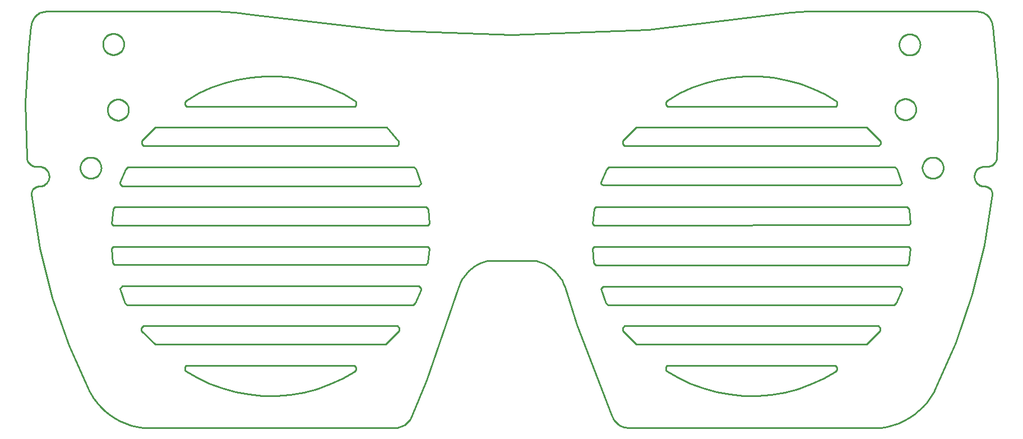
<source format=gbr>
G04 EAGLE Gerber RS-274X export*
G75*
%MOMM*%
%FSLAX34Y34*%
%LPD*%
%IN*%
%IPPOS*%
%AMOC8*
5,1,8,0,0,1.08239X$1,22.5*%
G01*
%ADD10C,0.254000*%


D10*
X-732790Y153670D02*
X-732748Y153204D01*
X-732562Y151963D01*
X-732268Y150743D01*
X-731870Y149553D01*
X-731369Y148403D01*
X-730769Y147300D01*
X-730076Y146255D01*
X-729294Y145273D01*
X-728430Y144363D01*
X-727490Y143533D01*
X-726481Y142787D01*
X-725410Y142132D01*
X-724287Y141573D01*
X-723119Y141113D01*
X-721916Y140758D01*
X-720686Y140508D01*
X-719439Y140367D01*
X-718185Y140335D01*
X-713740Y140335D01*
X-712494Y140308D01*
X-711254Y140173D01*
X-710031Y139930D01*
X-708834Y139582D01*
X-707672Y139131D01*
X-706554Y138580D01*
X-705488Y137933D01*
X-704482Y137196D01*
X-703544Y136375D01*
X-702682Y135475D01*
X-701901Y134503D01*
X-701208Y133466D01*
X-700608Y132373D01*
X-700105Y131232D01*
X-699704Y130052D01*
X-699407Y128841D01*
X-699217Y127609D01*
X-699135Y126365D01*
X-699135Y125095D01*
X-699191Y123822D01*
X-699357Y122559D01*
X-699633Y121315D01*
X-700016Y120100D01*
X-700503Y118923D01*
X-701092Y117793D01*
X-701776Y116718D01*
X-702552Y115707D01*
X-703413Y114768D01*
X-704352Y113907D01*
X-705363Y113131D01*
X-706438Y112447D01*
X-707568Y111858D01*
X-708745Y111371D01*
X-709960Y110988D01*
X-711204Y110712D01*
X-712467Y110546D01*
X-713740Y110490D01*
X-715645Y110490D01*
X-716636Y110336D01*
X-717611Y110096D01*
X-718560Y109772D01*
X-719478Y109366D01*
X-720357Y108882D01*
X-721190Y108324D01*
X-721971Y107694D01*
X-722695Y107000D01*
X-723355Y106244D01*
X-723947Y105434D01*
X-724466Y104576D01*
X-724909Y103675D01*
X-725271Y102740D01*
X-725550Y101776D01*
X-725744Y100792D01*
X-725852Y99794D01*
X-725872Y98791D01*
X-725805Y97790D01*
X-725219Y92654D01*
X-712979Y16889D01*
X-694183Y-57521D01*
X-668972Y-130009D01*
X-637540Y-200025D01*
X-637048Y-200932D01*
X-632359Y-208650D01*
X-627014Y-215930D01*
X-621056Y-222716D01*
X-614529Y-228957D01*
X-607483Y-234606D01*
X-599971Y-239619D01*
X-592051Y-243959D01*
X-583783Y-247591D01*
X-575230Y-250489D01*
X-566457Y-252631D01*
X-557530Y-254000D01*
X-177165Y-254000D01*
X-175713Y-253961D01*
X-173335Y-253731D01*
X-170986Y-253294D01*
X-168684Y-252654D01*
X-166447Y-251816D01*
X-164291Y-250786D01*
X-162233Y-249572D01*
X-160289Y-248183D01*
X-158473Y-246630D01*
X-156800Y-244925D01*
X-155281Y-243080D01*
X-153929Y-241110D01*
X-152754Y-239030D01*
X-151765Y-236855D01*
X-129014Y-181883D01*
X-80645Y-41275D01*
X-80002Y-39522D01*
X-77862Y-34603D01*
X-75301Y-29890D01*
X-72340Y-25417D01*
X-69000Y-21220D01*
X-65306Y-17330D01*
X-61288Y-13776D01*
X-56975Y-10586D01*
X-52401Y-7785D01*
X-47600Y-5392D01*
X-42609Y-3427D01*
X-37465Y-1905D01*
X36830Y-1905D01*
X38635Y-2384D01*
X43730Y-4062D01*
X48659Y-6177D01*
X53385Y-8714D01*
X57872Y-11654D01*
X62086Y-14973D01*
X65995Y-18647D01*
X69568Y-22647D01*
X72780Y-26944D01*
X75604Y-31504D01*
X78020Y-36294D01*
X80010Y-41275D01*
X97883Y-98021D01*
X151130Y-236855D01*
X151709Y-238187D01*
X152812Y-240306D01*
X154096Y-242321D01*
X155550Y-244217D01*
X157164Y-245978D01*
X158926Y-247593D01*
X160821Y-249047D01*
X162836Y-250331D01*
X164956Y-251434D01*
X167163Y-252348D01*
X169442Y-253067D01*
X171774Y-253584D01*
X174143Y-253896D01*
X176530Y-254000D01*
X556895Y-254000D01*
X557920Y-253883D01*
X566832Y-252425D01*
X575584Y-250196D01*
X584108Y-247213D01*
X592339Y-243498D01*
X600216Y-239080D01*
X607677Y-233993D01*
X614667Y-228274D01*
X621131Y-221968D01*
X627022Y-215122D01*
X632293Y-207789D01*
X636905Y-200025D01*
X639212Y-195399D01*
X670232Y-125200D01*
X695016Y-52565D01*
X713376Y21954D01*
X725170Y97790D01*
X725237Y98791D01*
X725217Y99794D01*
X725109Y100792D01*
X724915Y101776D01*
X724636Y102740D01*
X724274Y103675D01*
X723831Y104576D01*
X723312Y105434D01*
X722720Y106244D01*
X722060Y107000D01*
X721336Y107694D01*
X720555Y108324D01*
X719722Y108882D01*
X718843Y109366D01*
X717925Y109772D01*
X716976Y110096D01*
X716001Y110336D01*
X715010Y110490D01*
X713105Y110490D01*
X711832Y110546D01*
X710569Y110712D01*
X709325Y110988D01*
X708110Y111371D01*
X706933Y111858D01*
X705803Y112447D01*
X704728Y113131D01*
X703717Y113907D01*
X702778Y114768D01*
X701917Y115707D01*
X701141Y116718D01*
X700457Y117793D01*
X699868Y118923D01*
X699381Y120100D01*
X698998Y121315D01*
X698722Y122559D01*
X698556Y123822D01*
X698500Y125095D01*
X698500Y125730D01*
X698556Y127003D01*
X698722Y128266D01*
X698998Y129510D01*
X699381Y130725D01*
X699868Y131902D01*
X700457Y133033D01*
X701141Y134107D01*
X701917Y135118D01*
X702778Y136057D01*
X703717Y136918D01*
X704728Y137694D01*
X705803Y138378D01*
X706933Y138967D01*
X708110Y139454D01*
X709325Y139837D01*
X710569Y140113D01*
X711832Y140279D01*
X713105Y140335D01*
X717550Y140335D01*
X718018Y140334D01*
X719271Y140407D01*
X720512Y140589D01*
X721733Y140878D01*
X722924Y141273D01*
X724077Y141770D01*
X725181Y142365D01*
X726230Y143055D01*
X727214Y143833D01*
X728127Y144694D01*
X728961Y145631D01*
X729710Y146638D01*
X730369Y147705D01*
X730932Y148827D01*
X731396Y149993D01*
X731755Y151195D01*
X732009Y152424D01*
X732155Y153670D01*
X733991Y186821D01*
X733513Y269802D01*
X725805Y352425D01*
X725605Y354468D01*
X725228Y356486D01*
X724676Y358463D01*
X723954Y360384D01*
X723067Y362235D01*
X722022Y364002D01*
X720828Y365672D01*
X719492Y367230D01*
X718025Y368667D01*
X716439Y369970D01*
X714746Y371129D01*
X712958Y372137D01*
X711088Y372985D01*
X709152Y373667D01*
X707164Y374178D01*
X705139Y374514D01*
X703093Y374671D01*
X701040Y374650D01*
X446405Y374650D01*
X421003Y373671D01*
X392430Y370205D01*
X205258Y347137D01*
X-635Y339090D01*
X-188802Y345771D01*
X-393065Y370205D01*
X-418285Y373395D01*
X-447040Y374650D01*
X-701675Y374650D01*
X-703728Y374671D01*
X-705774Y374514D01*
X-707799Y374178D01*
X-709787Y373667D01*
X-711723Y372985D01*
X-713593Y372137D01*
X-715381Y371129D01*
X-717074Y369970D01*
X-718660Y368667D01*
X-720127Y367230D01*
X-721463Y365672D01*
X-722657Y364002D01*
X-723702Y362235D01*
X-724589Y360384D01*
X-725311Y358463D01*
X-725863Y356486D01*
X-726240Y354468D01*
X-726440Y352425D01*
X-730388Y319459D01*
X-735208Y236617D01*
X-732790Y153670D01*
X121920Y53975D02*
X124460Y51435D01*
X599440Y52070D01*
X601980Y53975D01*
X600075Y76200D01*
X596900Y79375D01*
X126365Y79375D01*
X123825Y76835D01*
X121920Y53975D01*
X121285Y17145D02*
X123190Y-5080D01*
X126365Y-8255D01*
X596900Y-8255D01*
X599440Y-5715D01*
X601345Y17145D01*
X598805Y19685D01*
X123825Y19685D01*
X121285Y17145D01*
X133985Y-43815D02*
X142240Y-66040D01*
X145415Y-68580D01*
X577215Y-68580D01*
X580390Y-65405D01*
X588645Y-45720D01*
X588645Y-43180D01*
X585470Y-40640D01*
X137795Y-40640D01*
X133985Y-43815D01*
X167005Y-107315D02*
X187325Y-128270D01*
X535940Y-128270D01*
X556260Y-107950D01*
X556260Y-103505D01*
X553085Y-100330D01*
X170180Y-100330D01*
X167005Y-103505D01*
X167005Y-107315D01*
X232410Y-167640D02*
X250324Y-178161D01*
X269088Y-187082D01*
X288557Y-194332D01*
X308584Y-199859D01*
X329017Y-203619D01*
X349699Y-205583D01*
X370474Y-205738D01*
X391184Y-204081D01*
X411670Y-200626D01*
X431777Y-195399D01*
X451352Y-188438D01*
X470246Y-179799D01*
X488315Y-169545D01*
X490855Y-167005D01*
X490855Y-162560D01*
X488315Y-160020D01*
X234315Y-160020D01*
X232410Y-161925D01*
X232410Y-167640D01*
X-605155Y17145D02*
X-603250Y-5080D01*
X-600710Y-7620D01*
X-130175Y-7620D01*
X-127000Y-4445D01*
X-125095Y17145D01*
X-127635Y19685D01*
X-602615Y19685D01*
X-605155Y17145D01*
X-604520Y53975D02*
X-601980Y51435D01*
X-127000Y51435D01*
X-124460Y53975D01*
X-126365Y76200D01*
X-129540Y79375D01*
X-600075Y79375D01*
X-602615Y76835D01*
X-604520Y53975D01*
X-494030Y-167640D02*
X-476116Y-178161D01*
X-457352Y-187082D01*
X-437883Y-194332D01*
X-417856Y-199859D01*
X-397423Y-203619D01*
X-376741Y-205583D01*
X-355966Y-205738D01*
X-335256Y-204081D01*
X-314770Y-200626D01*
X-294663Y-195398D01*
X-275088Y-188438D01*
X-256194Y-179799D01*
X-238125Y-169545D01*
X-235585Y-167005D01*
X-235585Y-162560D01*
X-238125Y-160020D01*
X-492125Y-160020D01*
X-494030Y-161925D01*
X-494030Y-167640D01*
X-592455Y-43815D02*
X-584200Y-66040D01*
X-581025Y-68580D01*
X-149225Y-68580D01*
X-146050Y-65405D01*
X-137795Y-45720D01*
X-137795Y-43180D01*
X-140970Y-40005D01*
X-588645Y-40005D01*
X-592455Y-43815D01*
X167005Y174625D02*
X170180Y172085D01*
X553720Y172085D01*
X556895Y174625D01*
X556895Y178435D01*
X535940Y199390D01*
X187325Y199390D01*
X167005Y179070D01*
X167005Y174625D01*
X-494030Y233680D02*
X-491490Y231140D01*
X-237490Y231140D01*
X-235585Y233045D01*
X-235585Y238760D01*
X-253499Y249281D01*
X-272263Y258202D01*
X-291732Y265452D01*
X-311759Y270979D01*
X-332192Y274739D01*
X-352874Y276703D01*
X-373649Y276858D01*
X-394359Y275201D01*
X-414845Y271746D01*
X-434952Y266519D01*
X-454527Y259558D01*
X-473421Y250919D01*
X-491490Y240665D01*
X-494030Y238125D01*
X-494030Y233680D01*
X-560070Y-107315D02*
X-539115Y-128270D01*
X-190500Y-128270D01*
X-170180Y-107950D01*
X-170180Y-103505D01*
X-173355Y-100330D01*
X-556895Y-100330D01*
X-560070Y-103505D01*
X-560070Y-107315D01*
X-559435Y174625D02*
X-556260Y171450D01*
X-172720Y171450D01*
X-171450Y174625D01*
X-171450Y178435D01*
X-189230Y199390D01*
X-539115Y199390D01*
X-559435Y179070D01*
X-559435Y174625D01*
X-591820Y114300D02*
X-588645Y111125D01*
X-140970Y111125D01*
X-137160Y114935D01*
X-145415Y137160D01*
X-148590Y139700D01*
X-580390Y139700D01*
X-583565Y136525D01*
X-591820Y116840D01*
X-591820Y114300D01*
X134620Y114300D02*
X137795Y112395D01*
X585470Y112395D01*
X589280Y114935D01*
X581025Y137160D01*
X577850Y139700D01*
X146050Y139700D01*
X142875Y136525D01*
X134620Y116840D01*
X134620Y114300D01*
X232410Y233680D02*
X234950Y231140D01*
X488950Y231140D01*
X490855Y233045D01*
X490855Y238760D01*
X472941Y249281D01*
X454177Y258202D01*
X434708Y265452D01*
X414681Y270979D01*
X394248Y274739D01*
X373566Y276703D01*
X352791Y276858D01*
X332081Y275201D01*
X311595Y271746D01*
X291488Y266518D01*
X271913Y259558D01*
X253019Y250919D01*
X234950Y240665D01*
X232410Y238125D01*
X232410Y233680D01*
X-586105Y324600D02*
X-586173Y323563D01*
X-586309Y322533D01*
X-586511Y321513D01*
X-586780Y320509D01*
X-587115Y319525D01*
X-587512Y318565D01*
X-587972Y317633D01*
X-588492Y316732D01*
X-589069Y315868D01*
X-589702Y315044D01*
X-590387Y314262D01*
X-591122Y313527D01*
X-591904Y312842D01*
X-592728Y312209D01*
X-593592Y311632D01*
X-594493Y311112D01*
X-595425Y310652D01*
X-596385Y310255D01*
X-597369Y309920D01*
X-598373Y309651D01*
X-599393Y309449D01*
X-600423Y309313D01*
X-601460Y309245D01*
X-602500Y309245D01*
X-603537Y309313D01*
X-604567Y309449D01*
X-605587Y309651D01*
X-606591Y309920D01*
X-607575Y310255D01*
X-608535Y310652D01*
X-609467Y311112D01*
X-610368Y311632D01*
X-611232Y312209D01*
X-612056Y312842D01*
X-612838Y313527D01*
X-613573Y314262D01*
X-614258Y315044D01*
X-614891Y315868D01*
X-615468Y316732D01*
X-615988Y317633D01*
X-616448Y318565D01*
X-616845Y319525D01*
X-617180Y320509D01*
X-617449Y321513D01*
X-617651Y322533D01*
X-617787Y323563D01*
X-617855Y324600D01*
X-617855Y325640D01*
X-617787Y326677D01*
X-617651Y327707D01*
X-617449Y328727D01*
X-617180Y329731D01*
X-616845Y330715D01*
X-616448Y331675D01*
X-615988Y332607D01*
X-615468Y333508D01*
X-614891Y334372D01*
X-614258Y335196D01*
X-613573Y335978D01*
X-612838Y336713D01*
X-612056Y337398D01*
X-611232Y338031D01*
X-610368Y338608D01*
X-609467Y339128D01*
X-608535Y339588D01*
X-607575Y339985D01*
X-606591Y340320D01*
X-605587Y340589D01*
X-604567Y340791D01*
X-603537Y340927D01*
X-602500Y340995D01*
X-601460Y340995D01*
X-600423Y340927D01*
X-599393Y340791D01*
X-598373Y340589D01*
X-597369Y340320D01*
X-596385Y339985D01*
X-595425Y339588D01*
X-594493Y339128D01*
X-593592Y338608D01*
X-592728Y338031D01*
X-591904Y337398D01*
X-591122Y336713D01*
X-590387Y335978D01*
X-589702Y335196D01*
X-589069Y334372D01*
X-588492Y333508D01*
X-587972Y332607D01*
X-587512Y331675D01*
X-587115Y330715D01*
X-586780Y329731D01*
X-586511Y328727D01*
X-586309Y327707D01*
X-586173Y326677D01*
X-586105Y325640D01*
X-586105Y324600D01*
X-579120Y225540D02*
X-579188Y224503D01*
X-579324Y223473D01*
X-579526Y222453D01*
X-579795Y221449D01*
X-580130Y220465D01*
X-580527Y219505D01*
X-580987Y218573D01*
X-581507Y217672D01*
X-582084Y216808D01*
X-582717Y215984D01*
X-583402Y215202D01*
X-584137Y214467D01*
X-584919Y213782D01*
X-585743Y213149D01*
X-586607Y212572D01*
X-587508Y212052D01*
X-588440Y211592D01*
X-589400Y211195D01*
X-590384Y210860D01*
X-591388Y210591D01*
X-592408Y210389D01*
X-593438Y210253D01*
X-594475Y210185D01*
X-595515Y210185D01*
X-596552Y210253D01*
X-597582Y210389D01*
X-598602Y210591D01*
X-599606Y210860D01*
X-600590Y211195D01*
X-601550Y211592D01*
X-602482Y212052D01*
X-603383Y212572D01*
X-604247Y213149D01*
X-605071Y213782D01*
X-605853Y214467D01*
X-606588Y215202D01*
X-607273Y215984D01*
X-607906Y216808D01*
X-608483Y217672D01*
X-609003Y218573D01*
X-609463Y219505D01*
X-609860Y220465D01*
X-610195Y221449D01*
X-610464Y222453D01*
X-610666Y223473D01*
X-610802Y224503D01*
X-610870Y225540D01*
X-610870Y226580D01*
X-610802Y227617D01*
X-610666Y228647D01*
X-610464Y229667D01*
X-610195Y230671D01*
X-609860Y231655D01*
X-609463Y232615D01*
X-609003Y233547D01*
X-608483Y234448D01*
X-607906Y235312D01*
X-607273Y236136D01*
X-606588Y236918D01*
X-605853Y237653D01*
X-605071Y238338D01*
X-604247Y238971D01*
X-603383Y239548D01*
X-602482Y240068D01*
X-601550Y240528D01*
X-600590Y240925D01*
X-599606Y241260D01*
X-598602Y241529D01*
X-597582Y241731D01*
X-596552Y241867D01*
X-595515Y241935D01*
X-594475Y241935D01*
X-593438Y241867D01*
X-592408Y241731D01*
X-591388Y241529D01*
X-590384Y241260D01*
X-589400Y240925D01*
X-588440Y240528D01*
X-587508Y240068D01*
X-586607Y239548D01*
X-585743Y238971D01*
X-584919Y238338D01*
X-584137Y237653D01*
X-583402Y236918D01*
X-582717Y236136D01*
X-582084Y235312D01*
X-581507Y234448D01*
X-580987Y233547D01*
X-580527Y232615D01*
X-580130Y231655D01*
X-579795Y230671D01*
X-579526Y229667D01*
X-579324Y228647D01*
X-579188Y227617D01*
X-579120Y226580D01*
X-579120Y225540D01*
X-620395Y137910D02*
X-620463Y136873D01*
X-620599Y135843D01*
X-620801Y134823D01*
X-621070Y133819D01*
X-621405Y132835D01*
X-621802Y131875D01*
X-622262Y130943D01*
X-622782Y130042D01*
X-623359Y129178D01*
X-623992Y128354D01*
X-624677Y127572D01*
X-625412Y126837D01*
X-626194Y126152D01*
X-627018Y125519D01*
X-627882Y124942D01*
X-628783Y124422D01*
X-629715Y123962D01*
X-630675Y123565D01*
X-631659Y123230D01*
X-632663Y122961D01*
X-633683Y122759D01*
X-634713Y122623D01*
X-635750Y122555D01*
X-636790Y122555D01*
X-637827Y122623D01*
X-638857Y122759D01*
X-639877Y122961D01*
X-640881Y123230D01*
X-641865Y123565D01*
X-642825Y123962D01*
X-643757Y124422D01*
X-644658Y124942D01*
X-645522Y125519D01*
X-646346Y126152D01*
X-647128Y126837D01*
X-647863Y127572D01*
X-648548Y128354D01*
X-649181Y129178D01*
X-649758Y130042D01*
X-650278Y130943D01*
X-650738Y131875D01*
X-651135Y132835D01*
X-651470Y133819D01*
X-651739Y134823D01*
X-651941Y135843D01*
X-652077Y136873D01*
X-652145Y137910D01*
X-652145Y138950D01*
X-652077Y139987D01*
X-651941Y141017D01*
X-651739Y142037D01*
X-651470Y143041D01*
X-651135Y144025D01*
X-650738Y144985D01*
X-650278Y145917D01*
X-649758Y146818D01*
X-649181Y147682D01*
X-648548Y148506D01*
X-647863Y149288D01*
X-647128Y150023D01*
X-646346Y150708D01*
X-645522Y151341D01*
X-644658Y151918D01*
X-643757Y152438D01*
X-642825Y152898D01*
X-641865Y153295D01*
X-640881Y153630D01*
X-639877Y153899D01*
X-638857Y154101D01*
X-637827Y154237D01*
X-636790Y154305D01*
X-635750Y154305D01*
X-634713Y154237D01*
X-633683Y154101D01*
X-632663Y153899D01*
X-631659Y153630D01*
X-630675Y153295D01*
X-629715Y152898D01*
X-628783Y152438D01*
X-627882Y151918D01*
X-627018Y151341D01*
X-626194Y150708D01*
X-625412Y150023D01*
X-624677Y149288D01*
X-623992Y148506D01*
X-623359Y147682D01*
X-622782Y146818D01*
X-622262Y145917D01*
X-621802Y144985D01*
X-621405Y144025D01*
X-621070Y143041D01*
X-620801Y142037D01*
X-620599Y141017D01*
X-620463Y139987D01*
X-620395Y138950D01*
X-620395Y137910D01*
X651510Y137910D02*
X651442Y136873D01*
X651306Y135843D01*
X651104Y134823D01*
X650835Y133819D01*
X650500Y132835D01*
X650103Y131875D01*
X649643Y130943D01*
X649123Y130042D01*
X648546Y129178D01*
X647913Y128354D01*
X647228Y127572D01*
X646493Y126837D01*
X645711Y126152D01*
X644887Y125519D01*
X644023Y124942D01*
X643122Y124422D01*
X642190Y123962D01*
X641230Y123565D01*
X640246Y123230D01*
X639242Y122961D01*
X638222Y122759D01*
X637192Y122623D01*
X636155Y122555D01*
X635115Y122555D01*
X634078Y122623D01*
X633048Y122759D01*
X632028Y122961D01*
X631024Y123230D01*
X630040Y123565D01*
X629080Y123962D01*
X628148Y124422D01*
X627247Y124942D01*
X626383Y125519D01*
X625559Y126152D01*
X624777Y126837D01*
X624042Y127572D01*
X623357Y128354D01*
X622724Y129178D01*
X622147Y130042D01*
X621627Y130943D01*
X621167Y131875D01*
X620770Y132835D01*
X620435Y133819D01*
X620166Y134823D01*
X619964Y135843D01*
X619828Y136873D01*
X619760Y137910D01*
X619760Y138950D01*
X619828Y139987D01*
X619964Y141017D01*
X620166Y142037D01*
X620435Y143041D01*
X620770Y144025D01*
X621167Y144985D01*
X621627Y145917D01*
X622147Y146818D01*
X622724Y147682D01*
X623357Y148506D01*
X624042Y149288D01*
X624777Y150023D01*
X625559Y150708D01*
X626383Y151341D01*
X627247Y151918D01*
X628148Y152438D01*
X629080Y152898D01*
X630040Y153295D01*
X631024Y153630D01*
X632028Y153899D01*
X633048Y154101D01*
X634078Y154237D01*
X635115Y154305D01*
X636155Y154305D01*
X637192Y154237D01*
X638222Y154101D01*
X639242Y153899D01*
X640246Y153630D01*
X641230Y153295D01*
X642190Y152898D01*
X643122Y152438D01*
X644023Y151918D01*
X644887Y151341D01*
X645711Y150708D01*
X646493Y150023D01*
X647228Y149288D01*
X647913Y148506D01*
X648546Y147682D01*
X649123Y146818D01*
X649643Y145917D01*
X650103Y144985D01*
X650500Y144025D01*
X650835Y143041D01*
X651104Y142037D01*
X651306Y141017D01*
X651442Y139987D01*
X651510Y138950D01*
X651510Y137910D01*
X616585Y323965D02*
X616517Y322928D01*
X616381Y321898D01*
X616179Y320878D01*
X615910Y319874D01*
X615575Y318890D01*
X615178Y317930D01*
X614718Y316998D01*
X614198Y316097D01*
X613621Y315233D01*
X612988Y314409D01*
X612303Y313627D01*
X611568Y312892D01*
X610786Y312207D01*
X609962Y311574D01*
X609098Y310997D01*
X608197Y310477D01*
X607265Y310017D01*
X606305Y309620D01*
X605321Y309285D01*
X604317Y309016D01*
X603297Y308814D01*
X602267Y308678D01*
X601230Y308610D01*
X600190Y308610D01*
X599153Y308678D01*
X598123Y308814D01*
X597103Y309016D01*
X596099Y309285D01*
X595115Y309620D01*
X594155Y310017D01*
X593223Y310477D01*
X592322Y310997D01*
X591458Y311574D01*
X590634Y312207D01*
X589852Y312892D01*
X589117Y313627D01*
X588432Y314409D01*
X587799Y315233D01*
X587222Y316097D01*
X586702Y316998D01*
X586242Y317930D01*
X585845Y318890D01*
X585510Y319874D01*
X585241Y320878D01*
X585039Y321898D01*
X584903Y322928D01*
X584835Y323965D01*
X584835Y325005D01*
X584903Y326042D01*
X585039Y327072D01*
X585241Y328092D01*
X585510Y329096D01*
X585845Y330080D01*
X586242Y331040D01*
X586702Y331972D01*
X587222Y332873D01*
X587799Y333737D01*
X588432Y334561D01*
X589117Y335343D01*
X589852Y336078D01*
X590634Y336763D01*
X591458Y337396D01*
X592322Y337973D01*
X593223Y338493D01*
X594155Y338953D01*
X595115Y339350D01*
X596099Y339685D01*
X597103Y339954D01*
X598123Y340156D01*
X599153Y340292D01*
X600190Y340360D01*
X601230Y340360D01*
X602267Y340292D01*
X603297Y340156D01*
X604317Y339954D01*
X605321Y339685D01*
X606305Y339350D01*
X607265Y338953D01*
X608197Y338493D01*
X609098Y337973D01*
X609962Y337396D01*
X610786Y336763D01*
X611568Y336078D01*
X612303Y335343D01*
X612988Y334561D01*
X613621Y333737D01*
X614198Y332873D01*
X614718Y331972D01*
X615178Y331040D01*
X615575Y330080D01*
X615910Y329096D01*
X616179Y328092D01*
X616381Y327072D01*
X616517Y326042D01*
X616585Y325005D01*
X616585Y323965D01*
X610235Y226175D02*
X610167Y225138D01*
X610031Y224108D01*
X609829Y223088D01*
X609560Y222084D01*
X609225Y221100D01*
X608828Y220140D01*
X608368Y219208D01*
X607848Y218307D01*
X607271Y217443D01*
X606638Y216619D01*
X605953Y215837D01*
X605218Y215102D01*
X604436Y214417D01*
X603612Y213784D01*
X602748Y213207D01*
X601847Y212687D01*
X600915Y212227D01*
X599955Y211830D01*
X598971Y211495D01*
X597967Y211226D01*
X596947Y211024D01*
X595917Y210888D01*
X594880Y210820D01*
X593840Y210820D01*
X592803Y210888D01*
X591773Y211024D01*
X590753Y211226D01*
X589749Y211495D01*
X588765Y211830D01*
X587805Y212227D01*
X586873Y212687D01*
X585972Y213207D01*
X585108Y213784D01*
X584284Y214417D01*
X583502Y215102D01*
X582767Y215837D01*
X582082Y216619D01*
X581449Y217443D01*
X580872Y218307D01*
X580352Y219208D01*
X579892Y220140D01*
X579495Y221100D01*
X579160Y222084D01*
X578891Y223088D01*
X578689Y224108D01*
X578553Y225138D01*
X578485Y226175D01*
X578485Y227215D01*
X578553Y228252D01*
X578689Y229282D01*
X578891Y230302D01*
X579160Y231306D01*
X579495Y232290D01*
X579892Y233250D01*
X580352Y234182D01*
X580872Y235083D01*
X581449Y235947D01*
X582082Y236771D01*
X582767Y237553D01*
X583502Y238288D01*
X584284Y238973D01*
X585108Y239606D01*
X585972Y240183D01*
X586873Y240703D01*
X587805Y241163D01*
X588765Y241560D01*
X589749Y241895D01*
X590753Y242164D01*
X591773Y242366D01*
X592803Y242502D01*
X593840Y242570D01*
X594880Y242570D01*
X595917Y242502D01*
X596947Y242366D01*
X597967Y242164D01*
X598971Y241895D01*
X599955Y241560D01*
X600915Y241163D01*
X601847Y240703D01*
X602748Y240183D01*
X603612Y239606D01*
X604436Y238973D01*
X605218Y238288D01*
X605953Y237553D01*
X606638Y236771D01*
X607271Y235947D01*
X607848Y235083D01*
X608368Y234182D01*
X608828Y233250D01*
X609225Y232290D01*
X609560Y231306D01*
X609829Y230302D01*
X610031Y229282D01*
X610167Y228252D01*
X610235Y227215D01*
X610235Y226175D01*
M02*

</source>
